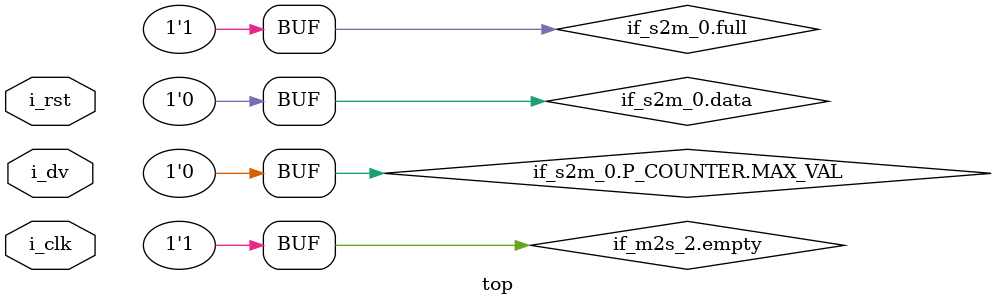
<source format=sv>
`timescale 1ns / 1ps

`include "PCK/pck_module.sv"

module top( input logic i_clk,
            input logic i_rst,
            input logic i_dv);


    localparam  DATA_WIDTH = 16,
                SOCKET_SIZE = 5;
    
assign if_s2m_0.P_COUNTER.MAX_VAL = 256;

if_socket_to_module #(.DATA_WIDTH(DATA_WIDTH)) if_s2m_0 (i_clk, i_rst);
if_socket_to_module #(.DATA_WIDTH(DATA_WIDTH)) if_s2m_1 (i_clk, i_rst);
if_socket_to_module #(.DATA_WIDTH(DATA_WIDTH)) if_s2m_2 (i_clk, i_rst);

if_module_to_socket #(.DATA_WIDTH(DATA_WIDTH)) if_m2s_0 (i_clk, i_rst);
if_module_to_socket #(.DATA_WIDTH(DATA_WIDTH)) if_m2s_1 (i_clk, i_rst);
if_module_to_socket #(.DATA_WIDTH(DATA_WIDTH)) if_m2s_2 (i_clk, i_rst);

assign if_s2m_0.data = 0;
assign if_s2m_0.full = 1; 
 
mod #(.SOCKET_SIZE(SOCKET_SIZE), .PROC("counter")) source_counter(if_s2m_0, if_m2s_0);

socket #(.DEPTH(SOCKET_SIZE)) socket_A(if_m2s_0, if_s2m_1);

mod #(.SOCKET_SIZE(SOCKET_SIZE), .PROC("void")) passthrough (if_s2m_1, if_m2s_1);
                                                                        
socket #(.DEPTH(SOCKET_SIZE)) socket_B(if_m2s_1, if_s2m_2);

mod #(.SOCKET_SIZE(SOCKET_SIZE), .PROC("void")) sink(if_s2m_2, if_m2s_2);
assign if_m2s_2.empty = 1;

        
endmodule

</source>
